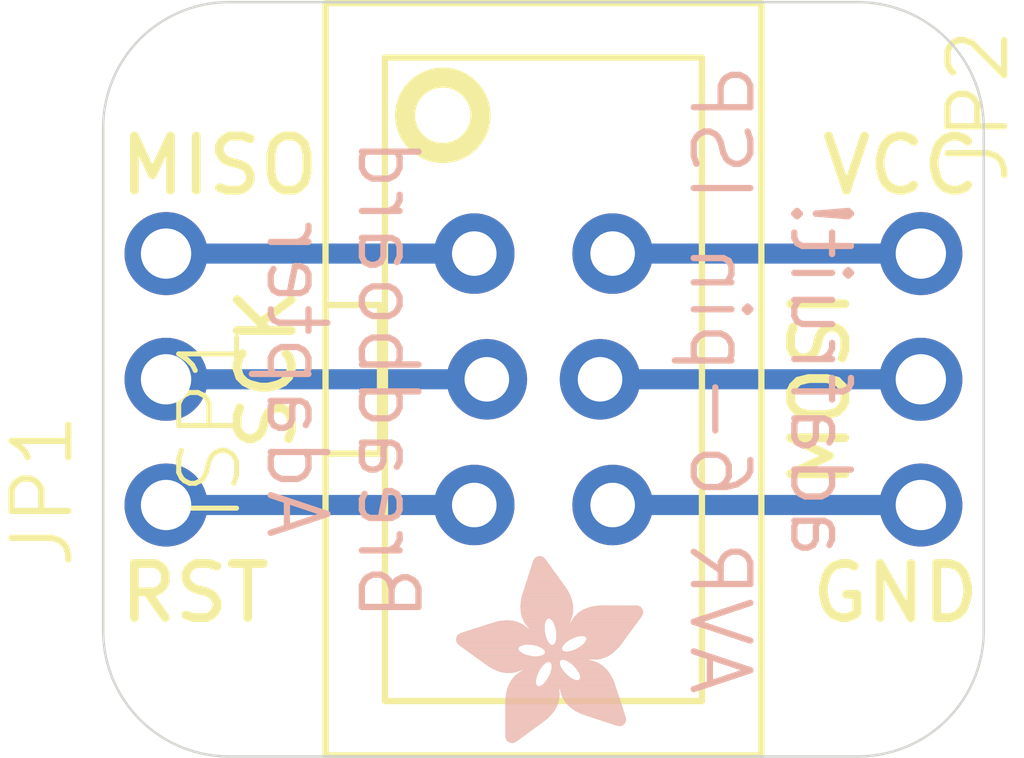
<source format=kicad_pcb>
(kicad_pcb (version 20221018) (generator pcbnew)
  (layers (0 "F.Cu" signal) (31 "B.Cu" signal) (34 "B.Paste" user) (35 "F.Paste" user) (36 "B.SilkS" user "B.Silkscreen") (37 "F.SilkS" user "F.Silkscreen") (38 "B.Mask" user) (39 "F.Mask" user) (44 "Edge.Cuts" user))
  (net 0 "")
  (net 1 "RST")
  (net 2 "SCK")
  (net 3 "MISO")
  (net 4 "VCC")
  (net 5 "MOSI")
  (net 6 "GND")
  (footprint "working:1X03-CLEANBIG" (layer "F.Cu") (at 140.8811 105.0036 90)
    (fp_text reference "JP1" (at -3.8862 -1.8288 90) (layer "F.SilkS") (effects (font (size 1.143 1.143) (thickness 0.127)) (justify left bottom)))
    (fp_text value "")
    (pad "1" thru_hole circle (at -2.54 0 180) (size 1.6764 1.6764) (drill 1.016) (layers "*.Cu" "*.Mask") (net 1 "RST"))
    (pad "2" thru_hole circle (at 0 0 180) (size 1.6764 1.6764) (drill 1.016) (layers "*.Cu" "*.Mask") (net 2 "SCK"))
    (pad "3" thru_hole circle (at 2.54 0 180) (size 1.6764 1.6764) (drill 1.016) (layers "*.Cu" "*.Mask") (net 3 "MISO"))
  )
  (footprint "working:1X03-CLEANBIG" (layer "F.Cu") (at 156.1211 105.0036 -90)
    (fp_text reference "JP2" (at -3.8862 -1.8288 -90) (layer "F.SilkS") (effects (font (size 1.143 1.143) (thickness 0.127)) (justify left bottom)))
    (fp_text value "")
    (pad "1" thru_hole circle (at -2.54 0) (size 1.6764 1.6764) (drill 1.016) (layers "*.Cu" "*.Mask") (net 4 "VCC"))
    (pad "2" thru_hole circle (at 0 0) (size 1.6764 1.6764) (drill 1.016) (layers "*.Cu" "*.Mask") (net 5 "MOSI"))
    (pad "3" thru_hole circle (at 2.54 0) (size 1.6764 1.6764) (drill 1.016) (layers "*.Cu" "*.Mask") (net 6 "GND"))
  )
  (footprint "working:AVRISP-BOX" (layer "F.Cu") (at 148.5011 105.0036)
    (fp_text reference "ISP1" (at -6.048 2.948 90) (layer "F.SilkS") (effects (font (size 1.1684 1.1684) (thickness 0.1016)) (justify left bottom)))
    (fp_text value "AVRISP-BOX" hide)
    (pad "1" thru_hole circle (at -1.397 -2.54) (size 1.6256 1.6256) (drill 0.9) (layers "*.Cu" "*.Mask") (net 3 "MISO"))
    (pad "2" thru_hole circle (at 1.397 -2.54) (size 1.6256 1.6256) (drill 0.9) (layers "*.Cu" "*.Mask") (net 4 "VCC"))
    (pad "3" thru_hole circle (at -1.143 0) (size 1.6256 1.6256) (drill 0.9) (layers "*.Cu" "*.Mask") (net 2 "SCK"))
    (pad "4" thru_hole circle (at 1.143 0) (size 1.6256 1.6256) (drill 0.9) (layers "*.Cu" "*.Mask") (net 5 "MOSI"))
    (pad "5" thru_hole circle (at -1.397 2.54) (size 1.6256 1.6256) (drill 0.9) (layers "*.Cu" "*.Mask") (net 1 "RST"))
    (pad "6" thru_hole circle (at 1.397 2.54) (size 1.6256 1.6256) (drill 0.9) (layers "*.Cu" "*.Mask") (net 6 "GND"))
  )
  (footprint "working:ADAFRUIT_3.5MM" (layer "B.Cu") (at 150.5331 112.3696 180)
    (fp_text reference "U$1" hide)
    (fp_text value "" hide)
  )
  (gr_circle (center 146.4691 99.6696) (end 147.2311 99.6696) (stroke (width 0.4064)) (fill none) (layer "F.SilkS"))
  (gr_arc (start 154.8511 97.3836) (mid 156.647151 98.127549) (end 157.3911 99.9236) (stroke (width 0.05)) (layer "Edge.Cuts"))
  (gr_line (start 157.3911 110.0836) (end 157.3911 99.9236) (stroke (width 0.05)) (layer "Edge.Cuts"))
  (gr_arc (start 157.3911 110.0836) (mid 156.647151 111.879651) (end 154.8511 112.6236) (stroke (width 0.05)) (layer "Edge.Cuts"))
  (gr_arc (start 142.1511 112.6236) (mid 140.355049 111.879651) (end 139.6111 110.0836) (stroke (width 0.05)) (layer "Edge.Cuts"))
  (gr_line (start 154.8511 97.3836) (end 142.1511 97.3836) (stroke (width 0.05)) (layer "Edge.Cuts"))
  (gr_line (start 142.1511 112.6236) (end 154.8511 112.6236) (stroke (width 0.05)) (layer "Edge.Cuts"))
  (gr_arc (start 139.6111 99.9236) (mid 140.355049 98.127549) (end 142.1511 97.3836) (stroke (width 0.05)) (layer "Edge.Cuts"))
  (gr_line (start 139.6111 99.9236) (end 139.6111 110.0836) (stroke (width 0.05)) (layer "Edge.Cuts"))
  (gr_text "Breadboard\nAdapter" (at 144.4371 105.0036 -90) (layer "B.SilkS") (effects (font (size 1.143 1.143) (thickness 0.127)) (justify mirror)))
  (gr_text "adafruit!" (at 154.0891 105.0036 -90) (layer "B.SilkS") (effects (font (size 1.143 1.143) (thickness 0.127)) (justify mirror)))
  (gr_text "AVR 6-pin ISP" (at 152.0571 105.0036 -90) (layer "B.SilkS") (effects (font (size 1.143 1.143) (thickness 0.127)) (justify mirror)))
  (gr_text "MISO" (at 139.8651 100.6856) (layer "F.SilkS") (effects (font (size 1.0922 1.0922) (thickness 0.1778)) (justify left)))
  (gr_text "MOSI" (at 154.0891 107.2896 90) (layer "F.SilkS") (effects (font (size 1.0922 1.0922) (thickness 0.1778)) (justify left)))
  (gr_text "GND" (at 157.3911 109.3216) (layer "F.SilkS") (effects (font (size 1.0922 1.0922) (thickness 0.1778)) (justify right)))
  (gr_text "SCK" (at 142.9131 106.5276 90) (layer "F.SilkS") (effects (font (size 1.0922 1.0922) (thickness 0.1778)) (justify left)))
  (gr_text "RST" (at 139.8651 109.3216) (layer "F.SilkS") (effects (font (size 1.0922 1.0922) (thickness 0.1778)) (justify left)))
  (gr_text "VCC" (at 157.3911 100.6856) (layer "F.SilkS") (effects (font (size 1.0922 1.0922) (thickness 0.1778)) (justify right)))
  (segment (start 140.8811 107.5436) (end 147.1041 107.5436) (width 0.4064) (layer "B.Cu") (net 1))
  (segment (start 140.8811 105.0036) (end 147.3581 105.0036) (width 0.4064) (layer "B.Cu") (net 2))
  (segment (start 140.8811 102.4636) (end 147.1041 102.4636) (width 0.4064) (layer "B.Cu") (net 3))
  (segment (start 149.8981 102.4636) (end 156.1211 102.4636) (width 0.4064) (layer "B.Cu") (net 4))
  (segment (start 149.6441 105.0036) (end 156.1211 105.0036) (width 0.4064) (layer "B.Cu") (net 5))
  (segment (start 156.1211 107.5436) (end 149.8981 107.5436) (width 0.4064) (layer "B.Cu") (net 6))
)
</source>
